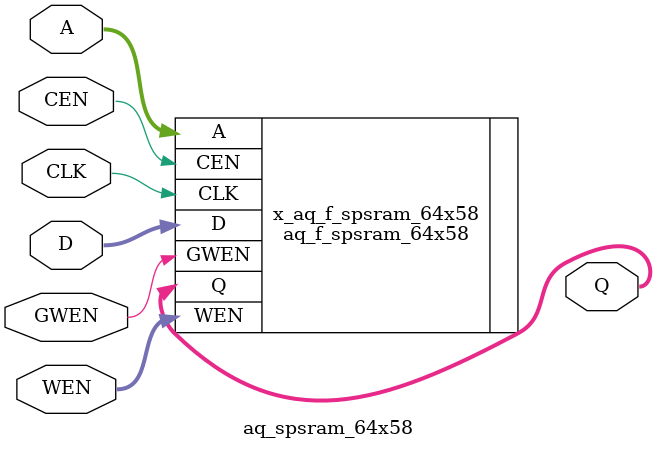
<source format=v>
/*Copyright 2020-2021 T-Head Semiconductor Co., Ltd.

Licensed under the Apache License, Version 2.0 (the "License");
you may not use this file except in compliance with the License.
You may obtain a copy of the License at

    http://www.apache.org/licenses/LICENSE-2.0

Unless required by applicable law or agreed to in writing, software
distributed under the License is distributed on an "AS IS" BASIS,
WITHOUT WARRANTIES OR CONDITIONS OF ANY KIND, either express or implied.
See the License for the specific language governing permissions and
limitations under the License.
*/

// &ModuleBeg; @22
module aq_spsram_64x58(
  A,
  CEN,
  CLK,
  D,
  GWEN,
  Q,
  WEN
);

// &Ports; @23
input   [5 :0]  A;   
input           CEN; 
input           CLK; 
input   [57:0]  D;   
input           GWEN; 
input   [57:0]  WEN; 
output  [57:0]  Q;   

// &Wires; @25
wire    [5 :0]  A;   
wire            CEN; 
wire            CLK; 
wire    [57:0]  D;   
wire            GWEN; 
wire    [57:0]  Q;   
wire    [57:0]  WEN; 


//**********************************************************
//                  Parameter Definition
//**********************************************************
parameter ADDR_WIDTH = 6;
parameter DATA_WIDTH = 58;
parameter WE_WIDTH   = 58;

//  //********************************************************
//  //*                        FPGA memory                   *
//  //********************************************************
aq_f_spsram_64x58  x_aq_f_spsram_64x58 (
  .A    (A   ),
  .CEN  (CEN ),
  .CLK  (CLK ),
  .D    (D   ),
  .GWEN (GWEN),
  .Q    (Q   ),
  .WEN  (WEN )
);

endmodule




</source>
